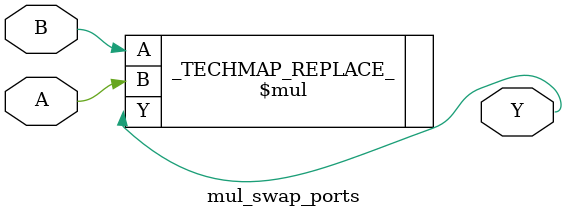
<source format=v>
(* techmap_celltype = "$mul" *)
module mul_swap_ports (A, B, Y);

parameter A_SIGNED = 0;
parameter B_SIGNED = 0;
parameter A_WIDTH = 1;
parameter B_WIDTH = 1;
parameter Y_WIDTH = 1;

input [A_WIDTH-1:0] A;
input [B_WIDTH-1:0] B;
output [Y_WIDTH-1:0] Y;

wire _TECHMAP_FAIL_ = A_WIDTH <= B_WIDTH;

\$mul #(
	.A_SIGNED(B_SIGNED),
	.B_SIGNED(A_SIGNED),
	.A_WIDTH(B_WIDTH),
	.B_WIDTH(A_WIDTH),
	.Y_WIDTH(Y_WIDTH)
) _TECHMAP_REPLACE_ (
	.A(B),
	.B(A),
	.Y(Y)
);

endmodule

</source>
